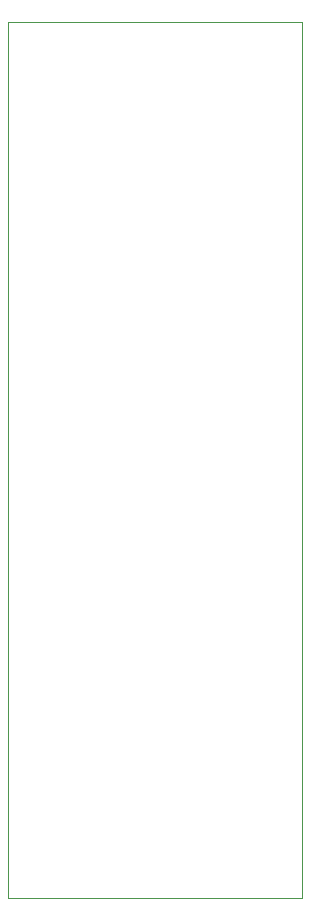
<source format=gm1>
%TF.GenerationSoftware,KiCad,Pcbnew,5.1.10*%
%TF.CreationDate,2021-12-13T09:12:35+01:00*%
%TF.ProjectId,serialization_board,73657269-616c-4697-9a61-74696f6e5f62,rev?*%
%TF.SameCoordinates,Original*%
%TF.FileFunction,Profile,NP*%
%FSLAX46Y46*%
G04 Gerber Fmt 4.6, Leading zero omitted, Abs format (unit mm)*
G04 Created by KiCad (PCBNEW 5.1.10) date 2021-12-13 09:12:35*
%MOMM*%
%LPD*%
G01*
G04 APERTURE LIST*
%TA.AperFunction,Profile*%
%ADD10C,0.100000*%
%TD*%
G04 APERTURE END LIST*
D10*
X59690000Y-96012000D02*
X59690000Y-21844000D01*
X84582000Y-96012000D02*
X59690000Y-96012000D01*
X84582000Y-21844000D02*
X84582000Y-96012000D01*
X59690000Y-21844000D02*
X84582000Y-21844000D01*
M02*

</source>
